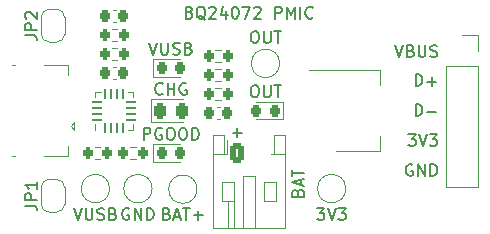
<source format=gto>
%TF.GenerationSoftware,KiCad,Pcbnew,(6.0.0-0)*%
%TF.CreationDate,2022-11-25T09:54:55+01:00*%
%TF.ProjectId,bq24072_pmic_board,62713234-3037-4325-9f70-6d69635f626f,rev?*%
%TF.SameCoordinates,Original*%
%TF.FileFunction,Legend,Top*%
%TF.FilePolarity,Positive*%
%FSLAX46Y46*%
G04 Gerber Fmt 4.6, Leading zero omitted, Abs format (unit mm)*
G04 Created by KiCad (PCBNEW (6.0.0-0)) date 2022-11-25 09:54:55*
%MOMM*%
%LPD*%
G01*
G04 APERTURE LIST*
G04 Aperture macros list*
%AMRoundRect*
0 Rectangle with rounded corners*
0 $1 Rounding radius*
0 $2 $3 $4 $5 $6 $7 $8 $9 X,Y pos of 4 corners*
0 Add a 4 corners polygon primitive as box body*
4,1,4,$2,$3,$4,$5,$6,$7,$8,$9,$2,$3,0*
0 Add four circle primitives for the rounded corners*
1,1,$1+$1,$2,$3*
1,1,$1+$1,$4,$5*
1,1,$1+$1,$6,$7*
1,1,$1+$1,$8,$9*
0 Add four rect primitives between the rounded corners*
20,1,$1+$1,$2,$3,$4,$5,0*
20,1,$1+$1,$4,$5,$6,$7,0*
20,1,$1+$1,$6,$7,$8,$9,0*
20,1,$1+$1,$8,$9,$2,$3,0*%
%AMFreePoly0*
4,1,22,0.500000,-0.750000,0.000000,-0.750000,0.000000,-0.745033,-0.079941,-0.743568,-0.215256,-0.701293,-0.333266,-0.622738,-0.424486,-0.514219,-0.481581,-0.384460,-0.499164,-0.250000,-0.500000,-0.250000,-0.500000,0.250000,-0.499164,0.250000,-0.499963,0.256109,-0.478152,0.396186,-0.417904,0.524511,-0.324060,0.630769,-0.204165,0.706417,-0.067858,0.745374,0.000000,0.744959,0.000000,0.750000,
0.500000,0.750000,0.500000,-0.750000,0.500000,-0.750000,$1*%
%AMFreePoly1*
4,1,20,0.000000,0.744959,0.073905,0.744508,0.209726,0.703889,0.328688,0.626782,0.421226,0.519385,0.479903,0.390333,0.500000,0.250000,0.500000,-0.250000,0.499851,-0.262216,0.476331,-0.402017,0.414519,-0.529596,0.319384,-0.634700,0.198574,-0.708877,0.061801,-0.746166,0.000000,-0.745033,0.000000,-0.750000,-0.500000,-0.750000,-0.500000,0.750000,0.000000,0.750000,0.000000,0.744959,
0.000000,0.744959,$1*%
G04 Aperture macros list end*
%ADD10C,0.150000*%
%ADD11C,0.120000*%
%ADD12RoundRect,0.200000X0.200000X0.275000X-0.200000X0.275000X-0.200000X-0.275000X0.200000X-0.275000X0*%
%ADD13C,2.000000*%
%ADD14RoundRect,0.200000X-0.200000X-0.275000X0.200000X-0.275000X0.200000X0.275000X-0.200000X0.275000X0*%
%ADD15R,1.700000X1.700000*%
%ADD16O,1.700000X1.700000*%
%ADD17C,2.500000*%
%ADD18RoundRect,0.218750X-0.218750X-0.256250X0.218750X-0.256250X0.218750X0.256250X-0.218750X0.256250X0*%
%ADD19RoundRect,0.225000X-0.225000X-0.250000X0.225000X-0.250000X0.225000X0.250000X-0.225000X0.250000X0*%
%ADD20RoundRect,0.250000X-0.350000X-0.625000X0.350000X-0.625000X0.350000X0.625000X-0.350000X0.625000X0*%
%ADD21O,1.200000X1.750000*%
%ADD22RoundRect,0.062500X0.062500X-0.375000X0.062500X0.375000X-0.062500X0.375000X-0.062500X-0.375000X0*%
%ADD23RoundRect,0.062500X0.375000X-0.062500X0.375000X0.062500X-0.375000X0.062500X-0.375000X-0.062500X0*%
%ADD24R,1.600000X1.600000*%
%ADD25FreePoly0,90.000000*%
%ADD26FreePoly1,90.000000*%
%ADD27RoundRect,0.218750X0.218750X0.256250X-0.218750X0.256250X-0.218750X-0.256250X0.218750X-0.256250X0*%
%ADD28R,1.350000X0.400000*%
%ADD29O,1.250000X1.050000*%
%ADD30R,1.900000X0.875000*%
%ADD31O,1.900000X1.000000*%
%ADD32R,1.900000X2.900000*%
%ADD33RoundRect,0.225000X0.225000X0.250000X-0.225000X0.250000X-0.225000X-0.250000X0.225000X-0.250000X0*%
%ADD34R,2.000000X1.500000*%
%ADD35R,2.000000X3.800000*%
%ADD36RoundRect,0.243750X-0.243750X-0.456250X0.243750X-0.456250X0.243750X0.456250X-0.243750X0.456250X0*%
G04 APERTURE END LIST*
D10*
X139976190Y-81678571D02*
X140119047Y-81726190D01*
X140166666Y-81773809D01*
X140214285Y-81869047D01*
X140214285Y-82011904D01*
X140166666Y-82107142D01*
X140119047Y-82154761D01*
X140023809Y-82202380D01*
X139642857Y-82202380D01*
X139642857Y-81202380D01*
X139976190Y-81202380D01*
X140071428Y-81250000D01*
X140119047Y-81297619D01*
X140166666Y-81392857D01*
X140166666Y-81488095D01*
X140119047Y-81583333D01*
X140071428Y-81630952D01*
X139976190Y-81678571D01*
X139642857Y-81678571D01*
X141309523Y-82297619D02*
X141214285Y-82250000D01*
X141119047Y-82154761D01*
X140976190Y-82011904D01*
X140880952Y-81964285D01*
X140785714Y-81964285D01*
X140833333Y-82202380D02*
X140738095Y-82154761D01*
X140642857Y-82059523D01*
X140595238Y-81869047D01*
X140595238Y-81535714D01*
X140642857Y-81345238D01*
X140738095Y-81250000D01*
X140833333Y-81202380D01*
X141023809Y-81202380D01*
X141119047Y-81250000D01*
X141214285Y-81345238D01*
X141261904Y-81535714D01*
X141261904Y-81869047D01*
X141214285Y-82059523D01*
X141119047Y-82154761D01*
X141023809Y-82202380D01*
X140833333Y-82202380D01*
X141642857Y-81297619D02*
X141690476Y-81250000D01*
X141785714Y-81202380D01*
X142023809Y-81202380D01*
X142119047Y-81250000D01*
X142166666Y-81297619D01*
X142214285Y-81392857D01*
X142214285Y-81488095D01*
X142166666Y-81630952D01*
X141595238Y-82202380D01*
X142214285Y-82202380D01*
X143071428Y-81535714D02*
X143071428Y-82202380D01*
X142833333Y-81154761D02*
X142595238Y-81869047D01*
X143214285Y-81869047D01*
X143785714Y-81202380D02*
X143880952Y-81202380D01*
X143976190Y-81250000D01*
X144023809Y-81297619D01*
X144071428Y-81392857D01*
X144119047Y-81583333D01*
X144119047Y-81821428D01*
X144071428Y-82011904D01*
X144023809Y-82107142D01*
X143976190Y-82154761D01*
X143880952Y-82202380D01*
X143785714Y-82202380D01*
X143690476Y-82154761D01*
X143642857Y-82107142D01*
X143595238Y-82011904D01*
X143547619Y-81821428D01*
X143547619Y-81583333D01*
X143595238Y-81392857D01*
X143642857Y-81297619D01*
X143690476Y-81250000D01*
X143785714Y-81202380D01*
X144452380Y-81202380D02*
X145119047Y-81202380D01*
X144690476Y-82202380D01*
X145452380Y-81297619D02*
X145500000Y-81250000D01*
X145595238Y-81202380D01*
X145833333Y-81202380D01*
X145928571Y-81250000D01*
X145976190Y-81297619D01*
X146023809Y-81392857D01*
X146023809Y-81488095D01*
X145976190Y-81630952D01*
X145404761Y-82202380D01*
X146023809Y-82202380D01*
X147214285Y-82202380D02*
X147214285Y-81202380D01*
X147595238Y-81202380D01*
X147690476Y-81250000D01*
X147738095Y-81297619D01*
X147785714Y-81392857D01*
X147785714Y-81535714D01*
X147738095Y-81630952D01*
X147690476Y-81678571D01*
X147595238Y-81726190D01*
X147214285Y-81726190D01*
X148214285Y-82202380D02*
X148214285Y-81202380D01*
X148547619Y-81916666D01*
X148880952Y-81202380D01*
X148880952Y-82202380D01*
X149357142Y-82202380D02*
X149357142Y-81202380D01*
X150404761Y-82107142D02*
X150357142Y-82154761D01*
X150214285Y-82202380D01*
X150119047Y-82202380D01*
X149976190Y-82154761D01*
X149880952Y-82059523D01*
X149833333Y-81964285D01*
X149785714Y-81773809D01*
X149785714Y-81630952D01*
X149833333Y-81440476D01*
X149880952Y-81345238D01*
X149976190Y-81250000D01*
X150119047Y-81202380D01*
X150214285Y-81202380D01*
X150357142Y-81250000D01*
X150404761Y-81297619D01*
X158838785Y-94580000D02*
X158743547Y-94532380D01*
X158600690Y-94532380D01*
X158457833Y-94580000D01*
X158362595Y-94675238D01*
X158314976Y-94770476D01*
X158267357Y-94960952D01*
X158267357Y-95103809D01*
X158314976Y-95294285D01*
X158362595Y-95389523D01*
X158457833Y-95484761D01*
X158600690Y-95532380D01*
X158695928Y-95532380D01*
X158838785Y-95484761D01*
X158886404Y-95437142D01*
X158886404Y-95103809D01*
X158695928Y-95103809D01*
X159314976Y-95532380D02*
X159314976Y-94532380D01*
X159886404Y-95532380D01*
X159886404Y-94532380D01*
X160362595Y-95532380D02*
X160362595Y-94532380D01*
X160600690Y-94532380D01*
X160743547Y-94580000D01*
X160838785Y-94675238D01*
X160886404Y-94770476D01*
X160934023Y-94960952D01*
X160934023Y-95103809D01*
X160886404Y-95294285D01*
X160838785Y-95389523D01*
X160743547Y-95484761D01*
X160600690Y-95532380D01*
X160362595Y-95532380D01*
X149128571Y-96938095D02*
X149176190Y-96795238D01*
X149223809Y-96747619D01*
X149319047Y-96700000D01*
X149461904Y-96700000D01*
X149557142Y-96747619D01*
X149604761Y-96795238D01*
X149652380Y-96890476D01*
X149652380Y-97271428D01*
X148652380Y-97271428D01*
X148652380Y-96938095D01*
X148700000Y-96842857D01*
X148747619Y-96795238D01*
X148842857Y-96747619D01*
X148938095Y-96747619D01*
X149033333Y-96795238D01*
X149080952Y-96842857D01*
X149128571Y-96938095D01*
X149128571Y-97271428D01*
X149366666Y-96319047D02*
X149366666Y-95842857D01*
X149652380Y-96414285D02*
X148652380Y-96080952D01*
X149652380Y-95747619D01*
X148652380Y-95557142D02*
X148652380Y-94985714D01*
X149652380Y-95271428D02*
X148652380Y-95271428D01*
X157362595Y-84452380D02*
X157695928Y-85452380D01*
X158029261Y-84452380D01*
X158695928Y-84928571D02*
X158838785Y-84976190D01*
X158886404Y-85023809D01*
X158934023Y-85119047D01*
X158934023Y-85261904D01*
X158886404Y-85357142D01*
X158838785Y-85404761D01*
X158743547Y-85452380D01*
X158362595Y-85452380D01*
X158362595Y-84452380D01*
X158695928Y-84452380D01*
X158791166Y-84500000D01*
X158838785Y-84547619D01*
X158886404Y-84642857D01*
X158886404Y-84738095D01*
X158838785Y-84833333D01*
X158791166Y-84880952D01*
X158695928Y-84928571D01*
X158362595Y-84928571D01*
X159362595Y-84452380D02*
X159362595Y-85261904D01*
X159410214Y-85357142D01*
X159457833Y-85404761D01*
X159553071Y-85452380D01*
X159743547Y-85452380D01*
X159838785Y-85404761D01*
X159886404Y-85357142D01*
X159934023Y-85261904D01*
X159934023Y-84452380D01*
X160362595Y-85404761D02*
X160505452Y-85452380D01*
X160743547Y-85452380D01*
X160838785Y-85404761D01*
X160886404Y-85357142D01*
X160934023Y-85261904D01*
X160934023Y-85166666D01*
X160886404Y-85071428D01*
X160838785Y-85023809D01*
X160743547Y-84976190D01*
X160553071Y-84928571D01*
X160457833Y-84880952D01*
X160410214Y-84833333D01*
X160362595Y-84738095D01*
X160362595Y-84642857D01*
X160410214Y-84547619D01*
X160457833Y-84500000D01*
X160553071Y-84452380D01*
X160791166Y-84452380D01*
X160934023Y-84500000D01*
X159102500Y-87912380D02*
X159102500Y-86912380D01*
X159340595Y-86912380D01*
X159483452Y-86960000D01*
X159578690Y-87055238D01*
X159626309Y-87150476D01*
X159673928Y-87340952D01*
X159673928Y-87483809D01*
X159626309Y-87674285D01*
X159578690Y-87769523D01*
X159483452Y-87864761D01*
X159340595Y-87912380D01*
X159102500Y-87912380D01*
X160102500Y-87531428D02*
X160864404Y-87531428D01*
X160483452Y-87912380D02*
X160483452Y-87150476D01*
X143619047Y-91871428D02*
X144380952Y-91871428D01*
X144000000Y-92252380D02*
X144000000Y-91490476D01*
X159102500Y-90452380D02*
X159102500Y-89452380D01*
X159340595Y-89452380D01*
X159483452Y-89500000D01*
X159578690Y-89595238D01*
X159626309Y-89690476D01*
X159673928Y-89880952D01*
X159673928Y-90023809D01*
X159626309Y-90214285D01*
X159578690Y-90309523D01*
X159483452Y-90404761D01*
X159340595Y-90452380D01*
X159102500Y-90452380D01*
X160102500Y-90071428D02*
X160864404Y-90071428D01*
X158483452Y-91992380D02*
X159102500Y-91992380D01*
X158769166Y-92373333D01*
X158912023Y-92373333D01*
X159007261Y-92420952D01*
X159054880Y-92468571D01*
X159102500Y-92563809D01*
X159102500Y-92801904D01*
X159054880Y-92897142D01*
X159007261Y-92944761D01*
X158912023Y-92992380D01*
X158626309Y-92992380D01*
X158531071Y-92944761D01*
X158483452Y-92897142D01*
X159388214Y-91992380D02*
X159721547Y-92992380D01*
X160054880Y-91992380D01*
X160292976Y-91992380D02*
X160912023Y-91992380D01*
X160578690Y-92373333D01*
X160721547Y-92373333D01*
X160816785Y-92420952D01*
X160864404Y-92468571D01*
X160912023Y-92563809D01*
X160912023Y-92801904D01*
X160864404Y-92897142D01*
X160816785Y-92944761D01*
X160721547Y-92992380D01*
X160435833Y-92992380D01*
X160340595Y-92944761D01*
X160292976Y-92897142D01*
X130166666Y-98252380D02*
X130500000Y-99252380D01*
X130833333Y-98252380D01*
X131166666Y-98252380D02*
X131166666Y-99061904D01*
X131214285Y-99157142D01*
X131261904Y-99204761D01*
X131357142Y-99252380D01*
X131547619Y-99252380D01*
X131642857Y-99204761D01*
X131690476Y-99157142D01*
X131738095Y-99061904D01*
X131738095Y-98252380D01*
X132166666Y-99204761D02*
X132309523Y-99252380D01*
X132547619Y-99252380D01*
X132642857Y-99204761D01*
X132690476Y-99157142D01*
X132738095Y-99061904D01*
X132738095Y-98966666D01*
X132690476Y-98871428D01*
X132642857Y-98823809D01*
X132547619Y-98776190D01*
X132357142Y-98728571D01*
X132261904Y-98680952D01*
X132214285Y-98633333D01*
X132166666Y-98538095D01*
X132166666Y-98442857D01*
X132214285Y-98347619D01*
X132261904Y-98300000D01*
X132357142Y-98252380D01*
X132595238Y-98252380D01*
X132738095Y-98300000D01*
X133500000Y-98728571D02*
X133642857Y-98776190D01*
X133690476Y-98823809D01*
X133738095Y-98919047D01*
X133738095Y-99061904D01*
X133690476Y-99157142D01*
X133642857Y-99204761D01*
X133547619Y-99252380D01*
X133166666Y-99252380D01*
X133166666Y-98252380D01*
X133500000Y-98252380D01*
X133595238Y-98300000D01*
X133642857Y-98347619D01*
X133690476Y-98442857D01*
X133690476Y-98538095D01*
X133642857Y-98633333D01*
X133595238Y-98680952D01*
X133500000Y-98728571D01*
X133166666Y-98728571D01*
X136566666Y-84252380D02*
X136900000Y-85252380D01*
X137233333Y-84252380D01*
X137566666Y-84252380D02*
X137566666Y-85061904D01*
X137614285Y-85157142D01*
X137661904Y-85204761D01*
X137757142Y-85252380D01*
X137947619Y-85252380D01*
X138042857Y-85204761D01*
X138090476Y-85157142D01*
X138138095Y-85061904D01*
X138138095Y-84252380D01*
X138566666Y-85204761D02*
X138709523Y-85252380D01*
X138947619Y-85252380D01*
X139042857Y-85204761D01*
X139090476Y-85157142D01*
X139138095Y-85061904D01*
X139138095Y-84966666D01*
X139090476Y-84871428D01*
X139042857Y-84823809D01*
X138947619Y-84776190D01*
X138757142Y-84728571D01*
X138661904Y-84680952D01*
X138614285Y-84633333D01*
X138566666Y-84538095D01*
X138566666Y-84442857D01*
X138614285Y-84347619D01*
X138661904Y-84300000D01*
X138757142Y-84252380D01*
X138995238Y-84252380D01*
X139138095Y-84300000D01*
X139900000Y-84728571D02*
X140042857Y-84776190D01*
X140090476Y-84823809D01*
X140138095Y-84919047D01*
X140138095Y-85061904D01*
X140090476Y-85157142D01*
X140042857Y-85204761D01*
X139947619Y-85252380D01*
X139566666Y-85252380D01*
X139566666Y-84252380D01*
X139900000Y-84252380D01*
X139995238Y-84300000D01*
X140042857Y-84347619D01*
X140090476Y-84442857D01*
X140090476Y-84538095D01*
X140042857Y-84633333D01*
X139995238Y-84680952D01*
X139900000Y-84728571D01*
X139566666Y-84728571D01*
X138042857Y-98728571D02*
X138185714Y-98776190D01*
X138233333Y-98823809D01*
X138280952Y-98919047D01*
X138280952Y-99061904D01*
X138233333Y-99157142D01*
X138185714Y-99204761D01*
X138090476Y-99252380D01*
X137709523Y-99252380D01*
X137709523Y-98252380D01*
X138042857Y-98252380D01*
X138138095Y-98300000D01*
X138185714Y-98347619D01*
X138233333Y-98442857D01*
X138233333Y-98538095D01*
X138185714Y-98633333D01*
X138138095Y-98680952D01*
X138042857Y-98728571D01*
X137709523Y-98728571D01*
X138661904Y-98966666D02*
X139138095Y-98966666D01*
X138566666Y-99252380D02*
X138900000Y-98252380D01*
X139233333Y-99252380D01*
X139423809Y-98252380D02*
X139995238Y-98252380D01*
X139709523Y-99252380D02*
X139709523Y-98252380D01*
X140328571Y-98871428D02*
X141090476Y-98871428D01*
X140709523Y-99252380D02*
X140709523Y-98490476D01*
X134838095Y-98300000D02*
X134742857Y-98252380D01*
X134600000Y-98252380D01*
X134457142Y-98300000D01*
X134361904Y-98395238D01*
X134314285Y-98490476D01*
X134266666Y-98680952D01*
X134266666Y-98823809D01*
X134314285Y-99014285D01*
X134361904Y-99109523D01*
X134457142Y-99204761D01*
X134600000Y-99252380D01*
X134695238Y-99252380D01*
X134838095Y-99204761D01*
X134885714Y-99157142D01*
X134885714Y-98823809D01*
X134695238Y-98823809D01*
X135314285Y-99252380D02*
X135314285Y-98252380D01*
X135885714Y-99252380D01*
X135885714Y-98252380D01*
X136361904Y-99252380D02*
X136361904Y-98252380D01*
X136600000Y-98252380D01*
X136742857Y-98300000D01*
X136838095Y-98395238D01*
X136885714Y-98490476D01*
X136933333Y-98680952D01*
X136933333Y-98823809D01*
X136885714Y-99014285D01*
X136838095Y-99109523D01*
X136742857Y-99204761D01*
X136600000Y-99252380D01*
X136361904Y-99252380D01*
X126052380Y-98033333D02*
X126766666Y-98033333D01*
X126909523Y-98080952D01*
X127004761Y-98176190D01*
X127052380Y-98319047D01*
X127052380Y-98414285D01*
X127052380Y-97557142D02*
X126052380Y-97557142D01*
X126052380Y-97176190D01*
X126100000Y-97080952D01*
X126147619Y-97033333D01*
X126242857Y-96985714D01*
X126385714Y-96985714D01*
X126480952Y-97033333D01*
X126528571Y-97080952D01*
X126576190Y-97176190D01*
X126576190Y-97557142D01*
X127052380Y-96033333D02*
X127052380Y-96604761D01*
X127052380Y-96319047D02*
X126052380Y-96319047D01*
X126195238Y-96414285D01*
X126290476Y-96509523D01*
X126338095Y-96604761D01*
X145400000Y-87852380D02*
X145590476Y-87852380D01*
X145685714Y-87900000D01*
X145780952Y-87995238D01*
X145828571Y-88185714D01*
X145828571Y-88519047D01*
X145780952Y-88709523D01*
X145685714Y-88804761D01*
X145590476Y-88852380D01*
X145400000Y-88852380D01*
X145304761Y-88804761D01*
X145209523Y-88709523D01*
X145161904Y-88519047D01*
X145161904Y-88185714D01*
X145209523Y-87995238D01*
X145304761Y-87900000D01*
X145400000Y-87852380D01*
X146257142Y-87852380D02*
X146257142Y-88661904D01*
X146304761Y-88757142D01*
X146352380Y-88804761D01*
X146447619Y-88852380D01*
X146638095Y-88852380D01*
X146733333Y-88804761D01*
X146780952Y-88757142D01*
X146828571Y-88661904D01*
X146828571Y-87852380D01*
X147161904Y-87852380D02*
X147733333Y-87852380D01*
X147447619Y-88852380D02*
X147447619Y-87852380D01*
X136090476Y-92452380D02*
X136090476Y-91452380D01*
X136471428Y-91452380D01*
X136566666Y-91500000D01*
X136614285Y-91547619D01*
X136661904Y-91642857D01*
X136661904Y-91785714D01*
X136614285Y-91880952D01*
X136566666Y-91928571D01*
X136471428Y-91976190D01*
X136090476Y-91976190D01*
X137614285Y-91500000D02*
X137519047Y-91452380D01*
X137376190Y-91452380D01*
X137233333Y-91500000D01*
X137138095Y-91595238D01*
X137090476Y-91690476D01*
X137042857Y-91880952D01*
X137042857Y-92023809D01*
X137090476Y-92214285D01*
X137138095Y-92309523D01*
X137233333Y-92404761D01*
X137376190Y-92452380D01*
X137471428Y-92452380D01*
X137614285Y-92404761D01*
X137661904Y-92357142D01*
X137661904Y-92023809D01*
X137471428Y-92023809D01*
X138280952Y-91452380D02*
X138471428Y-91452380D01*
X138566666Y-91500000D01*
X138661904Y-91595238D01*
X138709523Y-91785714D01*
X138709523Y-92119047D01*
X138661904Y-92309523D01*
X138566666Y-92404761D01*
X138471428Y-92452380D01*
X138280952Y-92452380D01*
X138185714Y-92404761D01*
X138090476Y-92309523D01*
X138042857Y-92119047D01*
X138042857Y-91785714D01*
X138090476Y-91595238D01*
X138185714Y-91500000D01*
X138280952Y-91452380D01*
X139328571Y-91452380D02*
X139519047Y-91452380D01*
X139614285Y-91500000D01*
X139709523Y-91595238D01*
X139757142Y-91785714D01*
X139757142Y-92119047D01*
X139709523Y-92309523D01*
X139614285Y-92404761D01*
X139519047Y-92452380D01*
X139328571Y-92452380D01*
X139233333Y-92404761D01*
X139138095Y-92309523D01*
X139090476Y-92119047D01*
X139090476Y-91785714D01*
X139138095Y-91595238D01*
X139233333Y-91500000D01*
X139328571Y-91452380D01*
X140185714Y-92452380D02*
X140185714Y-91452380D01*
X140423809Y-91452380D01*
X140566666Y-91500000D01*
X140661904Y-91595238D01*
X140709523Y-91690476D01*
X140757142Y-91880952D01*
X140757142Y-92023809D01*
X140709523Y-92214285D01*
X140661904Y-92309523D01*
X140566666Y-92404761D01*
X140423809Y-92452380D01*
X140185714Y-92452380D01*
X145400000Y-83252380D02*
X145590476Y-83252380D01*
X145685714Y-83300000D01*
X145780952Y-83395238D01*
X145828571Y-83585714D01*
X145828571Y-83919047D01*
X145780952Y-84109523D01*
X145685714Y-84204761D01*
X145590476Y-84252380D01*
X145400000Y-84252380D01*
X145304761Y-84204761D01*
X145209523Y-84109523D01*
X145161904Y-83919047D01*
X145161904Y-83585714D01*
X145209523Y-83395238D01*
X145304761Y-83300000D01*
X145400000Y-83252380D01*
X146257142Y-83252380D02*
X146257142Y-84061904D01*
X146304761Y-84157142D01*
X146352380Y-84204761D01*
X146447619Y-84252380D01*
X146638095Y-84252380D01*
X146733333Y-84204761D01*
X146780952Y-84157142D01*
X146828571Y-84061904D01*
X146828571Y-83252380D01*
X147161904Y-83252380D02*
X147733333Y-83252380D01*
X147447619Y-84252380D02*
X147447619Y-83252380D01*
X150761904Y-98252380D02*
X151380952Y-98252380D01*
X151047619Y-98633333D01*
X151190476Y-98633333D01*
X151285714Y-98680952D01*
X151333333Y-98728571D01*
X151380952Y-98823809D01*
X151380952Y-99061904D01*
X151333333Y-99157142D01*
X151285714Y-99204761D01*
X151190476Y-99252380D01*
X150904761Y-99252380D01*
X150809523Y-99204761D01*
X150761904Y-99157142D01*
X151666666Y-98252380D02*
X152000000Y-99252380D01*
X152333333Y-98252380D01*
X152571428Y-98252380D02*
X153190476Y-98252380D01*
X152857142Y-98633333D01*
X153000000Y-98633333D01*
X153095238Y-98680952D01*
X153142857Y-98728571D01*
X153190476Y-98823809D01*
X153190476Y-99061904D01*
X153142857Y-99157142D01*
X153095238Y-99204761D01*
X153000000Y-99252380D01*
X152714285Y-99252380D01*
X152619047Y-99204761D01*
X152571428Y-99157142D01*
X126052380Y-83633333D02*
X126766666Y-83633333D01*
X126909523Y-83680952D01*
X127004761Y-83776190D01*
X127052380Y-83919047D01*
X127052380Y-84014285D01*
X127052380Y-83157142D02*
X126052380Y-83157142D01*
X126052380Y-82776190D01*
X126100000Y-82680952D01*
X126147619Y-82633333D01*
X126242857Y-82585714D01*
X126385714Y-82585714D01*
X126480952Y-82633333D01*
X126528571Y-82680952D01*
X126576190Y-82776190D01*
X126576190Y-83157142D01*
X126147619Y-82204761D02*
X126100000Y-82157142D01*
X126052380Y-82061904D01*
X126052380Y-81823809D01*
X126100000Y-81728571D01*
X126147619Y-81680952D01*
X126242857Y-81633333D01*
X126338095Y-81633333D01*
X126480952Y-81680952D01*
X127052380Y-82252380D01*
X127052380Y-81633333D01*
X137685714Y-88557142D02*
X137638095Y-88604761D01*
X137495238Y-88652380D01*
X137400000Y-88652380D01*
X137257142Y-88604761D01*
X137161904Y-88509523D01*
X137114285Y-88414285D01*
X137066666Y-88223809D01*
X137066666Y-88080952D01*
X137114285Y-87890476D01*
X137161904Y-87795238D01*
X137257142Y-87700000D01*
X137400000Y-87652380D01*
X137495238Y-87652380D01*
X137638095Y-87700000D01*
X137685714Y-87747619D01*
X138114285Y-88652380D02*
X138114285Y-87652380D01*
X138114285Y-88128571D02*
X138685714Y-88128571D01*
X138685714Y-88652380D02*
X138685714Y-87652380D01*
X139685714Y-87700000D02*
X139590476Y-87652380D01*
X139447619Y-87652380D01*
X139304761Y-87700000D01*
X139209523Y-87795238D01*
X139161904Y-87890476D01*
X139114285Y-88080952D01*
X139114285Y-88223809D01*
X139161904Y-88414285D01*
X139209523Y-88509523D01*
X139304761Y-88604761D01*
X139447619Y-88652380D01*
X139542857Y-88652380D01*
X139685714Y-88604761D01*
X139733333Y-88557142D01*
X139733333Y-88223809D01*
X139542857Y-88223809D01*
D11*
X135437258Y-93077500D02*
X134962742Y-93077500D01*
X135437258Y-94122500D02*
X134962742Y-94122500D01*
X133200000Y-96600000D02*
G75*
G03*
X133200000Y-96600000I-1200000J0D01*
G01*
X133862258Y-84122500D02*
X133387742Y-84122500D01*
X133862258Y-83077500D02*
X133387742Y-83077500D01*
X131937742Y-94122500D02*
X132412258Y-94122500D01*
X131937742Y-93077500D02*
X132412258Y-93077500D01*
X164355000Y-86220000D02*
X164355000Y-96440000D01*
X161695000Y-86220000D02*
X164355000Y-86220000D01*
X163025000Y-83620000D02*
X164355000Y-83620000D01*
X161695000Y-86220000D02*
X161695000Y-96440000D01*
X161695000Y-96440000D02*
X164355000Y-96440000D01*
X164355000Y-83620000D02*
X164355000Y-84950000D01*
X142162742Y-87522500D02*
X142637258Y-87522500D01*
X142162742Y-86477500D02*
X142637258Y-86477500D01*
X139200000Y-85665000D02*
X136915000Y-85665000D01*
X136915000Y-87135000D02*
X139200000Y-87135000D01*
X136915000Y-85665000D02*
X136915000Y-87135000D01*
X133459420Y-86290000D02*
X133740580Y-86290000D01*
X133459420Y-87310000D02*
X133740580Y-87310000D01*
X144500000Y-95550000D02*
X145500000Y-95550000D01*
X148060000Y-92090000D02*
X147140000Y-92090000D01*
X146300000Y-97650000D02*
X146300000Y-96050000D01*
X147140000Y-92090000D02*
X147140000Y-93690000D01*
X147300000Y-97650000D02*
X146300000Y-97650000D01*
X142700000Y-96050000D02*
X142700000Y-97650000D01*
X143200000Y-97650000D02*
X143200000Y-99910000D01*
X142860000Y-93690000D02*
X142860000Y-92090000D01*
X141940000Y-99910000D02*
X148060000Y-99910000D01*
X145500000Y-95550000D02*
X145500000Y-99910000D01*
X143700000Y-97650000D02*
X143700000Y-96050000D01*
X142860000Y-92090000D02*
X141940000Y-92090000D01*
X141940000Y-93690000D02*
X142860000Y-93690000D01*
X141940000Y-92090000D02*
X141940000Y-99910000D01*
X147140000Y-93690000D02*
X146860000Y-93690000D01*
X144500000Y-99910000D02*
X144500000Y-95550000D01*
X146300000Y-96050000D02*
X147300000Y-96050000D01*
X143140000Y-93690000D02*
X143140000Y-92475000D01*
X143700000Y-96050000D02*
X142700000Y-96050000D01*
X143700000Y-97650000D02*
X143700000Y-99910000D01*
X148060000Y-93690000D02*
X147140000Y-93690000D01*
X143140000Y-93690000D02*
X142860000Y-93690000D01*
X148060000Y-99910000D02*
X148060000Y-92090000D01*
X147300000Y-96050000D02*
X147300000Y-97650000D01*
X142700000Y-97650000D02*
X143700000Y-97650000D01*
X140600000Y-96650000D02*
G75*
G03*
X140600000Y-96650000I-1200000J0D01*
G01*
X136800000Y-96600000D02*
G75*
G03*
X136800000Y-96600000I-1200000J0D01*
G01*
X142259420Y-89690000D02*
X142540580Y-89690000D01*
X142259420Y-90710000D02*
X142540580Y-90710000D01*
X131990000Y-91135000D02*
X131990000Y-91610000D01*
X135210000Y-88865000D02*
X135210000Y-88390000D01*
X135210000Y-91135000D02*
X135210000Y-91610000D01*
X135210000Y-91610000D02*
X134735000Y-91610000D01*
X135210000Y-88390000D02*
X134735000Y-88390000D01*
X131990000Y-88865000D02*
X131990000Y-88390000D01*
X131990000Y-88390000D02*
X132465000Y-88390000D01*
X133387742Y-85722500D02*
X133862258Y-85722500D01*
X133387742Y-84677500D02*
X133862258Y-84677500D01*
X128100000Y-95800000D02*
X128700000Y-95800000D01*
X128700000Y-98600000D02*
X128100000Y-98600000D01*
X129400000Y-96500000D02*
X129400000Y-97900000D01*
X127400000Y-97900000D02*
X127400000Y-96500000D01*
X128700000Y-98600000D02*
G75*
G03*
X129400000Y-97900000I1J699999D01*
G01*
X127400000Y-97900000D02*
G75*
G03*
X128100000Y-98600000I699999J-1D01*
G01*
X129400000Y-96500000D02*
G75*
G03*
X128700000Y-95800000I-699999J1D01*
G01*
X128100000Y-95800000D02*
G75*
G03*
X127400000Y-96500000I-1J-699999D01*
G01*
X147885000Y-89265000D02*
X145600000Y-89265000D01*
X147885000Y-90735000D02*
X147885000Y-89265000D01*
X145600000Y-90735000D02*
X147885000Y-90735000D01*
X129920000Y-91300000D02*
X130220000Y-91600000D01*
X129690000Y-86130000D02*
X127620000Y-86130000D01*
X129690000Y-93000000D02*
X129690000Y-93870000D01*
X129690000Y-86130000D02*
X129690000Y-87000000D01*
X129690000Y-93870000D02*
X127620000Y-93870000D01*
X130220000Y-91000000D02*
X130220000Y-91600000D01*
X125220000Y-93870000D02*
X124970000Y-93870000D01*
X129920000Y-91300000D02*
X130220000Y-91000000D01*
X125220000Y-86130000D02*
X124970000Y-86130000D01*
X133740580Y-82510000D02*
X133459420Y-82510000D01*
X133740580Y-81490000D02*
X133459420Y-81490000D01*
X142162742Y-89122500D02*
X142637258Y-89122500D01*
X142162742Y-88077500D02*
X142637258Y-88077500D01*
X139200000Y-92865000D02*
X136915000Y-92865000D01*
X136915000Y-92865000D02*
X136915000Y-94335000D01*
X136915000Y-94335000D02*
X139200000Y-94335000D01*
X142637258Y-85922500D02*
X142162742Y-85922500D01*
X142637258Y-84877500D02*
X142162742Y-84877500D01*
X150100000Y-86590000D02*
X156110000Y-86590000D01*
X156110000Y-93410000D02*
X156110000Y-92150000D01*
X156110000Y-86590000D02*
X156110000Y-87850000D01*
X152350000Y-93410000D02*
X156110000Y-93410000D01*
X147600000Y-86000000D02*
G75*
G03*
X147600000Y-86000000I-1200000J0D01*
G01*
X153200000Y-96600000D02*
G75*
G03*
X153200000Y-96600000I-1200000J0D01*
G01*
X129400000Y-82100000D02*
X129400000Y-83500000D01*
X128700000Y-84200000D02*
X128100000Y-84200000D01*
X128100000Y-81400000D02*
X128700000Y-81400000D01*
X127400000Y-83500000D02*
X127400000Y-82100000D01*
X127400000Y-83500000D02*
G75*
G03*
X128100000Y-84200000I699999J-1D01*
G01*
X128700000Y-84200000D02*
G75*
G03*
X129400000Y-83500000I1J699999D01*
G01*
X128100000Y-81400000D02*
G75*
G03*
X127400000Y-82100000I-1J-699999D01*
G01*
X129400000Y-82100000D02*
G75*
G03*
X128700000Y-81400000I-699999J1D01*
G01*
X139400000Y-89040000D02*
X136715000Y-89040000D01*
X136715000Y-90960000D02*
X139400000Y-90960000D01*
X136715000Y-89040000D02*
X136715000Y-90960000D01*
%LPC*%
D12*
X136025000Y-93600000D03*
X134375000Y-93600000D03*
D13*
X132000000Y-96600000D03*
D12*
X134450000Y-83600000D03*
X132800000Y-83600000D03*
D14*
X131350000Y-93600000D03*
X133000000Y-93600000D03*
D15*
X163025000Y-84950000D03*
D16*
X163025000Y-87490000D03*
X163025000Y-90030000D03*
X163025000Y-92570000D03*
X163025000Y-95110000D03*
D14*
X141575000Y-87000000D03*
X143225000Y-87000000D03*
D17*
X157000000Y-97000000D03*
X157000000Y-83000000D03*
D18*
X137612500Y-86400000D03*
X139187500Y-86400000D03*
D19*
X132825000Y-86800000D03*
X134375000Y-86800000D03*
D20*
X144000000Y-93550000D03*
D21*
X146000000Y-93550000D03*
D13*
X139400000Y-96650000D03*
X135600000Y-96600000D03*
D19*
X141625000Y-90200000D03*
X143175000Y-90200000D03*
D22*
X132850000Y-91437500D03*
X133350000Y-91437500D03*
X133850000Y-91437500D03*
X134350000Y-91437500D03*
D23*
X135037500Y-90750000D03*
X135037500Y-90250000D03*
X135037500Y-89750000D03*
X135037500Y-89250000D03*
D22*
X134350000Y-88562500D03*
X133850000Y-88562500D03*
X133350000Y-88562500D03*
X132850000Y-88562500D03*
D23*
X132162500Y-89250000D03*
X132162500Y-89750000D03*
X132162500Y-90250000D03*
X132162500Y-90750000D03*
D24*
X133600000Y-90000000D03*
D14*
X132800000Y-85200000D03*
X134450000Y-85200000D03*
D25*
X128400000Y-97850000D03*
D26*
X128400000Y-96550000D03*
D27*
X147187500Y-90000000D03*
X145612500Y-90000000D03*
D28*
X129095000Y-91300000D03*
X129095000Y-90650000D03*
X129095000Y-90000000D03*
X129095000Y-89350000D03*
X129095000Y-88700000D03*
D29*
X129420000Y-92225000D03*
D30*
X126420000Y-93737500D03*
D29*
X129420000Y-87775000D03*
D31*
X126420000Y-85825000D03*
D30*
X126420000Y-86262500D03*
D31*
X126420000Y-94175000D03*
D32*
X126420000Y-90000000D03*
D33*
X134375000Y-82000000D03*
X132825000Y-82000000D03*
D14*
X141575000Y-88600000D03*
X143225000Y-88600000D03*
D18*
X137612500Y-93600000D03*
X139187500Y-93600000D03*
D12*
X143225000Y-85400000D03*
X141575000Y-85400000D03*
D34*
X151050000Y-87700000D03*
X151050000Y-90000000D03*
D35*
X157350000Y-90000000D03*
D34*
X151050000Y-92300000D03*
D13*
X146400000Y-86000000D03*
X152000000Y-96600000D03*
D25*
X128400000Y-83450000D03*
D26*
X128400000Y-82150000D03*
D36*
X137462500Y-90000000D03*
X139337500Y-90000000D03*
M02*

</source>
